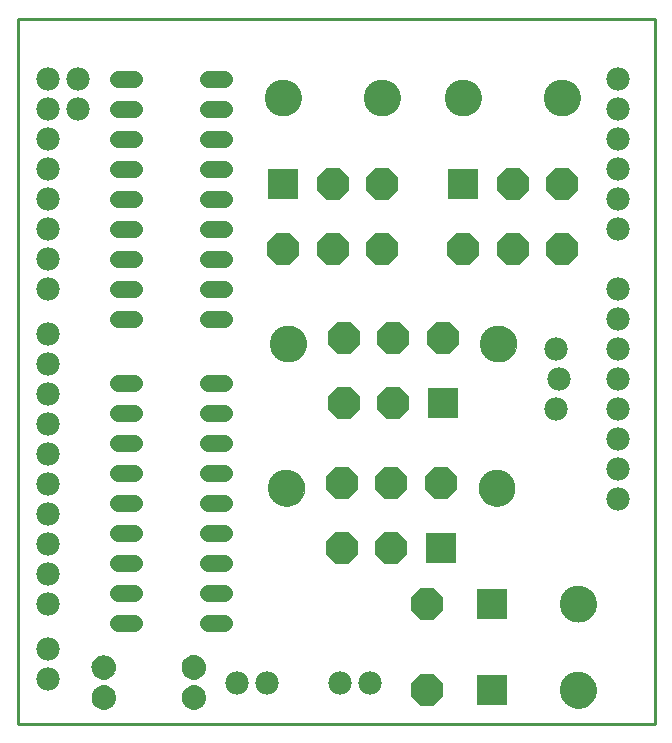
<source format=gbs>
G75*
%MOIN*%
%OFA0B0*%
%FSLAX25Y25*%
%IPPOS*%
%LPD*%
%AMOC8*
5,1,8,0,0,1.08239X$1,22.5*
%
%ADD10C,0.00000*%
%ADD11C,0.01000*%
%ADD12C,0.07800*%
%ADD13C,0.00500*%
%ADD14C,0.05600*%
%ADD15OC8,0.10400*%
%ADD16R,0.10400X0.10400*%
%ADD17C,0.12211*%
D10*
X0005000Y0005000D02*
X0208701Y0005000D01*
X0185959Y0016250D02*
X0185961Y0016403D01*
X0185967Y0016557D01*
X0185977Y0016710D01*
X0185991Y0016862D01*
X0186009Y0017015D01*
X0186031Y0017166D01*
X0186056Y0017317D01*
X0186086Y0017468D01*
X0186120Y0017618D01*
X0186157Y0017766D01*
X0186198Y0017914D01*
X0186243Y0018060D01*
X0186292Y0018206D01*
X0186345Y0018350D01*
X0186401Y0018492D01*
X0186461Y0018633D01*
X0186525Y0018773D01*
X0186592Y0018911D01*
X0186663Y0019047D01*
X0186738Y0019181D01*
X0186815Y0019313D01*
X0186897Y0019443D01*
X0186981Y0019571D01*
X0187069Y0019697D01*
X0187160Y0019820D01*
X0187254Y0019941D01*
X0187352Y0020059D01*
X0187452Y0020175D01*
X0187556Y0020288D01*
X0187662Y0020399D01*
X0187771Y0020507D01*
X0187883Y0020612D01*
X0187997Y0020713D01*
X0188115Y0020812D01*
X0188234Y0020908D01*
X0188356Y0021001D01*
X0188481Y0021090D01*
X0188608Y0021177D01*
X0188737Y0021259D01*
X0188868Y0021339D01*
X0189001Y0021415D01*
X0189136Y0021488D01*
X0189273Y0021557D01*
X0189412Y0021622D01*
X0189552Y0021684D01*
X0189694Y0021742D01*
X0189837Y0021797D01*
X0189982Y0021848D01*
X0190128Y0021895D01*
X0190275Y0021938D01*
X0190423Y0021977D01*
X0190572Y0022013D01*
X0190722Y0022044D01*
X0190873Y0022072D01*
X0191024Y0022096D01*
X0191177Y0022116D01*
X0191329Y0022132D01*
X0191482Y0022144D01*
X0191635Y0022152D01*
X0191788Y0022156D01*
X0191942Y0022156D01*
X0192095Y0022152D01*
X0192248Y0022144D01*
X0192401Y0022132D01*
X0192553Y0022116D01*
X0192706Y0022096D01*
X0192857Y0022072D01*
X0193008Y0022044D01*
X0193158Y0022013D01*
X0193307Y0021977D01*
X0193455Y0021938D01*
X0193602Y0021895D01*
X0193748Y0021848D01*
X0193893Y0021797D01*
X0194036Y0021742D01*
X0194178Y0021684D01*
X0194318Y0021622D01*
X0194457Y0021557D01*
X0194594Y0021488D01*
X0194729Y0021415D01*
X0194862Y0021339D01*
X0194993Y0021259D01*
X0195122Y0021177D01*
X0195249Y0021090D01*
X0195374Y0021001D01*
X0195496Y0020908D01*
X0195615Y0020812D01*
X0195733Y0020713D01*
X0195847Y0020612D01*
X0195959Y0020507D01*
X0196068Y0020399D01*
X0196174Y0020288D01*
X0196278Y0020175D01*
X0196378Y0020059D01*
X0196476Y0019941D01*
X0196570Y0019820D01*
X0196661Y0019697D01*
X0196749Y0019571D01*
X0196833Y0019443D01*
X0196915Y0019313D01*
X0196992Y0019181D01*
X0197067Y0019047D01*
X0197138Y0018911D01*
X0197205Y0018773D01*
X0197269Y0018633D01*
X0197329Y0018492D01*
X0197385Y0018350D01*
X0197438Y0018206D01*
X0197487Y0018060D01*
X0197532Y0017914D01*
X0197573Y0017766D01*
X0197610Y0017618D01*
X0197644Y0017468D01*
X0197674Y0017317D01*
X0197699Y0017166D01*
X0197721Y0017015D01*
X0197739Y0016862D01*
X0197753Y0016710D01*
X0197763Y0016557D01*
X0197769Y0016403D01*
X0197771Y0016250D01*
X0197769Y0016097D01*
X0197763Y0015943D01*
X0197753Y0015790D01*
X0197739Y0015638D01*
X0197721Y0015485D01*
X0197699Y0015334D01*
X0197674Y0015183D01*
X0197644Y0015032D01*
X0197610Y0014882D01*
X0197573Y0014734D01*
X0197532Y0014586D01*
X0197487Y0014440D01*
X0197438Y0014294D01*
X0197385Y0014150D01*
X0197329Y0014008D01*
X0197269Y0013867D01*
X0197205Y0013727D01*
X0197138Y0013589D01*
X0197067Y0013453D01*
X0196992Y0013319D01*
X0196915Y0013187D01*
X0196833Y0013057D01*
X0196749Y0012929D01*
X0196661Y0012803D01*
X0196570Y0012680D01*
X0196476Y0012559D01*
X0196378Y0012441D01*
X0196278Y0012325D01*
X0196174Y0012212D01*
X0196068Y0012101D01*
X0195959Y0011993D01*
X0195847Y0011888D01*
X0195733Y0011787D01*
X0195615Y0011688D01*
X0195496Y0011592D01*
X0195374Y0011499D01*
X0195249Y0011410D01*
X0195122Y0011323D01*
X0194993Y0011241D01*
X0194862Y0011161D01*
X0194729Y0011085D01*
X0194594Y0011012D01*
X0194457Y0010943D01*
X0194318Y0010878D01*
X0194178Y0010816D01*
X0194036Y0010758D01*
X0193893Y0010703D01*
X0193748Y0010652D01*
X0193602Y0010605D01*
X0193455Y0010562D01*
X0193307Y0010523D01*
X0193158Y0010487D01*
X0193008Y0010456D01*
X0192857Y0010428D01*
X0192706Y0010404D01*
X0192553Y0010384D01*
X0192401Y0010368D01*
X0192248Y0010356D01*
X0192095Y0010348D01*
X0191942Y0010344D01*
X0191788Y0010344D01*
X0191635Y0010348D01*
X0191482Y0010356D01*
X0191329Y0010368D01*
X0191177Y0010384D01*
X0191024Y0010404D01*
X0190873Y0010428D01*
X0190722Y0010456D01*
X0190572Y0010487D01*
X0190423Y0010523D01*
X0190275Y0010562D01*
X0190128Y0010605D01*
X0189982Y0010652D01*
X0189837Y0010703D01*
X0189694Y0010758D01*
X0189552Y0010816D01*
X0189412Y0010878D01*
X0189273Y0010943D01*
X0189136Y0011012D01*
X0189001Y0011085D01*
X0188868Y0011161D01*
X0188737Y0011241D01*
X0188608Y0011323D01*
X0188481Y0011410D01*
X0188356Y0011499D01*
X0188234Y0011592D01*
X0188115Y0011688D01*
X0187997Y0011787D01*
X0187883Y0011888D01*
X0187771Y0011993D01*
X0187662Y0012101D01*
X0187556Y0012212D01*
X0187452Y0012325D01*
X0187352Y0012441D01*
X0187254Y0012559D01*
X0187160Y0012680D01*
X0187069Y0012803D01*
X0186981Y0012929D01*
X0186897Y0013057D01*
X0186815Y0013187D01*
X0186738Y0013319D01*
X0186663Y0013453D01*
X0186592Y0013589D01*
X0186525Y0013727D01*
X0186461Y0013867D01*
X0186401Y0014008D01*
X0186345Y0014150D01*
X0186292Y0014294D01*
X0186243Y0014440D01*
X0186198Y0014586D01*
X0186157Y0014734D01*
X0186120Y0014882D01*
X0186086Y0015032D01*
X0186056Y0015183D01*
X0186031Y0015334D01*
X0186009Y0015485D01*
X0185991Y0015638D01*
X0185977Y0015790D01*
X0185967Y0015943D01*
X0185961Y0016097D01*
X0185959Y0016250D01*
X0185959Y0045000D02*
X0185961Y0045153D01*
X0185967Y0045307D01*
X0185977Y0045460D01*
X0185991Y0045612D01*
X0186009Y0045765D01*
X0186031Y0045916D01*
X0186056Y0046067D01*
X0186086Y0046218D01*
X0186120Y0046368D01*
X0186157Y0046516D01*
X0186198Y0046664D01*
X0186243Y0046810D01*
X0186292Y0046956D01*
X0186345Y0047100D01*
X0186401Y0047242D01*
X0186461Y0047383D01*
X0186525Y0047523D01*
X0186592Y0047661D01*
X0186663Y0047797D01*
X0186738Y0047931D01*
X0186815Y0048063D01*
X0186897Y0048193D01*
X0186981Y0048321D01*
X0187069Y0048447D01*
X0187160Y0048570D01*
X0187254Y0048691D01*
X0187352Y0048809D01*
X0187452Y0048925D01*
X0187556Y0049038D01*
X0187662Y0049149D01*
X0187771Y0049257D01*
X0187883Y0049362D01*
X0187997Y0049463D01*
X0188115Y0049562D01*
X0188234Y0049658D01*
X0188356Y0049751D01*
X0188481Y0049840D01*
X0188608Y0049927D01*
X0188737Y0050009D01*
X0188868Y0050089D01*
X0189001Y0050165D01*
X0189136Y0050238D01*
X0189273Y0050307D01*
X0189412Y0050372D01*
X0189552Y0050434D01*
X0189694Y0050492D01*
X0189837Y0050547D01*
X0189982Y0050598D01*
X0190128Y0050645D01*
X0190275Y0050688D01*
X0190423Y0050727D01*
X0190572Y0050763D01*
X0190722Y0050794D01*
X0190873Y0050822D01*
X0191024Y0050846D01*
X0191177Y0050866D01*
X0191329Y0050882D01*
X0191482Y0050894D01*
X0191635Y0050902D01*
X0191788Y0050906D01*
X0191942Y0050906D01*
X0192095Y0050902D01*
X0192248Y0050894D01*
X0192401Y0050882D01*
X0192553Y0050866D01*
X0192706Y0050846D01*
X0192857Y0050822D01*
X0193008Y0050794D01*
X0193158Y0050763D01*
X0193307Y0050727D01*
X0193455Y0050688D01*
X0193602Y0050645D01*
X0193748Y0050598D01*
X0193893Y0050547D01*
X0194036Y0050492D01*
X0194178Y0050434D01*
X0194318Y0050372D01*
X0194457Y0050307D01*
X0194594Y0050238D01*
X0194729Y0050165D01*
X0194862Y0050089D01*
X0194993Y0050009D01*
X0195122Y0049927D01*
X0195249Y0049840D01*
X0195374Y0049751D01*
X0195496Y0049658D01*
X0195615Y0049562D01*
X0195733Y0049463D01*
X0195847Y0049362D01*
X0195959Y0049257D01*
X0196068Y0049149D01*
X0196174Y0049038D01*
X0196278Y0048925D01*
X0196378Y0048809D01*
X0196476Y0048691D01*
X0196570Y0048570D01*
X0196661Y0048447D01*
X0196749Y0048321D01*
X0196833Y0048193D01*
X0196915Y0048063D01*
X0196992Y0047931D01*
X0197067Y0047797D01*
X0197138Y0047661D01*
X0197205Y0047523D01*
X0197269Y0047383D01*
X0197329Y0047242D01*
X0197385Y0047100D01*
X0197438Y0046956D01*
X0197487Y0046810D01*
X0197532Y0046664D01*
X0197573Y0046516D01*
X0197610Y0046368D01*
X0197644Y0046218D01*
X0197674Y0046067D01*
X0197699Y0045916D01*
X0197721Y0045765D01*
X0197739Y0045612D01*
X0197753Y0045460D01*
X0197763Y0045307D01*
X0197769Y0045153D01*
X0197771Y0045000D01*
X0197769Y0044847D01*
X0197763Y0044693D01*
X0197753Y0044540D01*
X0197739Y0044388D01*
X0197721Y0044235D01*
X0197699Y0044084D01*
X0197674Y0043933D01*
X0197644Y0043782D01*
X0197610Y0043632D01*
X0197573Y0043484D01*
X0197532Y0043336D01*
X0197487Y0043190D01*
X0197438Y0043044D01*
X0197385Y0042900D01*
X0197329Y0042758D01*
X0197269Y0042617D01*
X0197205Y0042477D01*
X0197138Y0042339D01*
X0197067Y0042203D01*
X0196992Y0042069D01*
X0196915Y0041937D01*
X0196833Y0041807D01*
X0196749Y0041679D01*
X0196661Y0041553D01*
X0196570Y0041430D01*
X0196476Y0041309D01*
X0196378Y0041191D01*
X0196278Y0041075D01*
X0196174Y0040962D01*
X0196068Y0040851D01*
X0195959Y0040743D01*
X0195847Y0040638D01*
X0195733Y0040537D01*
X0195615Y0040438D01*
X0195496Y0040342D01*
X0195374Y0040249D01*
X0195249Y0040160D01*
X0195122Y0040073D01*
X0194993Y0039991D01*
X0194862Y0039911D01*
X0194729Y0039835D01*
X0194594Y0039762D01*
X0194457Y0039693D01*
X0194318Y0039628D01*
X0194178Y0039566D01*
X0194036Y0039508D01*
X0193893Y0039453D01*
X0193748Y0039402D01*
X0193602Y0039355D01*
X0193455Y0039312D01*
X0193307Y0039273D01*
X0193158Y0039237D01*
X0193008Y0039206D01*
X0192857Y0039178D01*
X0192706Y0039154D01*
X0192553Y0039134D01*
X0192401Y0039118D01*
X0192248Y0039106D01*
X0192095Y0039098D01*
X0191942Y0039094D01*
X0191788Y0039094D01*
X0191635Y0039098D01*
X0191482Y0039106D01*
X0191329Y0039118D01*
X0191177Y0039134D01*
X0191024Y0039154D01*
X0190873Y0039178D01*
X0190722Y0039206D01*
X0190572Y0039237D01*
X0190423Y0039273D01*
X0190275Y0039312D01*
X0190128Y0039355D01*
X0189982Y0039402D01*
X0189837Y0039453D01*
X0189694Y0039508D01*
X0189552Y0039566D01*
X0189412Y0039628D01*
X0189273Y0039693D01*
X0189136Y0039762D01*
X0189001Y0039835D01*
X0188868Y0039911D01*
X0188737Y0039991D01*
X0188608Y0040073D01*
X0188481Y0040160D01*
X0188356Y0040249D01*
X0188234Y0040342D01*
X0188115Y0040438D01*
X0187997Y0040537D01*
X0187883Y0040638D01*
X0187771Y0040743D01*
X0187662Y0040851D01*
X0187556Y0040962D01*
X0187452Y0041075D01*
X0187352Y0041191D01*
X0187254Y0041309D01*
X0187160Y0041430D01*
X0187069Y0041553D01*
X0186981Y0041679D01*
X0186897Y0041807D01*
X0186815Y0041937D01*
X0186738Y0042069D01*
X0186663Y0042203D01*
X0186592Y0042339D01*
X0186525Y0042477D01*
X0186461Y0042617D01*
X0186401Y0042758D01*
X0186345Y0042900D01*
X0186292Y0043044D01*
X0186243Y0043190D01*
X0186198Y0043336D01*
X0186157Y0043484D01*
X0186120Y0043632D01*
X0186086Y0043782D01*
X0186056Y0043933D01*
X0186031Y0044084D01*
X0186009Y0044235D01*
X0185991Y0044388D01*
X0185977Y0044540D01*
X0185967Y0044693D01*
X0185961Y0044847D01*
X0185959Y0045000D01*
X0158794Y0083593D02*
X0158796Y0083746D01*
X0158802Y0083900D01*
X0158812Y0084053D01*
X0158826Y0084205D01*
X0158844Y0084358D01*
X0158866Y0084509D01*
X0158891Y0084660D01*
X0158921Y0084811D01*
X0158955Y0084961D01*
X0158992Y0085109D01*
X0159033Y0085257D01*
X0159078Y0085403D01*
X0159127Y0085549D01*
X0159180Y0085693D01*
X0159236Y0085835D01*
X0159296Y0085976D01*
X0159360Y0086116D01*
X0159427Y0086254D01*
X0159498Y0086390D01*
X0159573Y0086524D01*
X0159650Y0086656D01*
X0159732Y0086786D01*
X0159816Y0086914D01*
X0159904Y0087040D01*
X0159995Y0087163D01*
X0160089Y0087284D01*
X0160187Y0087402D01*
X0160287Y0087518D01*
X0160391Y0087631D01*
X0160497Y0087742D01*
X0160606Y0087850D01*
X0160718Y0087955D01*
X0160832Y0088056D01*
X0160950Y0088155D01*
X0161069Y0088251D01*
X0161191Y0088344D01*
X0161316Y0088433D01*
X0161443Y0088520D01*
X0161572Y0088602D01*
X0161703Y0088682D01*
X0161836Y0088758D01*
X0161971Y0088831D01*
X0162108Y0088900D01*
X0162247Y0088965D01*
X0162387Y0089027D01*
X0162529Y0089085D01*
X0162672Y0089140D01*
X0162817Y0089191D01*
X0162963Y0089238D01*
X0163110Y0089281D01*
X0163258Y0089320D01*
X0163407Y0089356D01*
X0163557Y0089387D01*
X0163708Y0089415D01*
X0163859Y0089439D01*
X0164012Y0089459D01*
X0164164Y0089475D01*
X0164317Y0089487D01*
X0164470Y0089495D01*
X0164623Y0089499D01*
X0164777Y0089499D01*
X0164930Y0089495D01*
X0165083Y0089487D01*
X0165236Y0089475D01*
X0165388Y0089459D01*
X0165541Y0089439D01*
X0165692Y0089415D01*
X0165843Y0089387D01*
X0165993Y0089356D01*
X0166142Y0089320D01*
X0166290Y0089281D01*
X0166437Y0089238D01*
X0166583Y0089191D01*
X0166728Y0089140D01*
X0166871Y0089085D01*
X0167013Y0089027D01*
X0167153Y0088965D01*
X0167292Y0088900D01*
X0167429Y0088831D01*
X0167564Y0088758D01*
X0167697Y0088682D01*
X0167828Y0088602D01*
X0167957Y0088520D01*
X0168084Y0088433D01*
X0168209Y0088344D01*
X0168331Y0088251D01*
X0168450Y0088155D01*
X0168568Y0088056D01*
X0168682Y0087955D01*
X0168794Y0087850D01*
X0168903Y0087742D01*
X0169009Y0087631D01*
X0169113Y0087518D01*
X0169213Y0087402D01*
X0169311Y0087284D01*
X0169405Y0087163D01*
X0169496Y0087040D01*
X0169584Y0086914D01*
X0169668Y0086786D01*
X0169750Y0086656D01*
X0169827Y0086524D01*
X0169902Y0086390D01*
X0169973Y0086254D01*
X0170040Y0086116D01*
X0170104Y0085976D01*
X0170164Y0085835D01*
X0170220Y0085693D01*
X0170273Y0085549D01*
X0170322Y0085403D01*
X0170367Y0085257D01*
X0170408Y0085109D01*
X0170445Y0084961D01*
X0170479Y0084811D01*
X0170509Y0084660D01*
X0170534Y0084509D01*
X0170556Y0084358D01*
X0170574Y0084205D01*
X0170588Y0084053D01*
X0170598Y0083900D01*
X0170604Y0083746D01*
X0170606Y0083593D01*
X0170604Y0083440D01*
X0170598Y0083286D01*
X0170588Y0083133D01*
X0170574Y0082981D01*
X0170556Y0082828D01*
X0170534Y0082677D01*
X0170509Y0082526D01*
X0170479Y0082375D01*
X0170445Y0082225D01*
X0170408Y0082077D01*
X0170367Y0081929D01*
X0170322Y0081783D01*
X0170273Y0081637D01*
X0170220Y0081493D01*
X0170164Y0081351D01*
X0170104Y0081210D01*
X0170040Y0081070D01*
X0169973Y0080932D01*
X0169902Y0080796D01*
X0169827Y0080662D01*
X0169750Y0080530D01*
X0169668Y0080400D01*
X0169584Y0080272D01*
X0169496Y0080146D01*
X0169405Y0080023D01*
X0169311Y0079902D01*
X0169213Y0079784D01*
X0169113Y0079668D01*
X0169009Y0079555D01*
X0168903Y0079444D01*
X0168794Y0079336D01*
X0168682Y0079231D01*
X0168568Y0079130D01*
X0168450Y0079031D01*
X0168331Y0078935D01*
X0168209Y0078842D01*
X0168084Y0078753D01*
X0167957Y0078666D01*
X0167828Y0078584D01*
X0167697Y0078504D01*
X0167564Y0078428D01*
X0167429Y0078355D01*
X0167292Y0078286D01*
X0167153Y0078221D01*
X0167013Y0078159D01*
X0166871Y0078101D01*
X0166728Y0078046D01*
X0166583Y0077995D01*
X0166437Y0077948D01*
X0166290Y0077905D01*
X0166142Y0077866D01*
X0165993Y0077830D01*
X0165843Y0077799D01*
X0165692Y0077771D01*
X0165541Y0077747D01*
X0165388Y0077727D01*
X0165236Y0077711D01*
X0165083Y0077699D01*
X0164930Y0077691D01*
X0164777Y0077687D01*
X0164623Y0077687D01*
X0164470Y0077691D01*
X0164317Y0077699D01*
X0164164Y0077711D01*
X0164012Y0077727D01*
X0163859Y0077747D01*
X0163708Y0077771D01*
X0163557Y0077799D01*
X0163407Y0077830D01*
X0163258Y0077866D01*
X0163110Y0077905D01*
X0162963Y0077948D01*
X0162817Y0077995D01*
X0162672Y0078046D01*
X0162529Y0078101D01*
X0162387Y0078159D01*
X0162247Y0078221D01*
X0162108Y0078286D01*
X0161971Y0078355D01*
X0161836Y0078428D01*
X0161703Y0078504D01*
X0161572Y0078584D01*
X0161443Y0078666D01*
X0161316Y0078753D01*
X0161191Y0078842D01*
X0161069Y0078935D01*
X0160950Y0079031D01*
X0160832Y0079130D01*
X0160718Y0079231D01*
X0160606Y0079336D01*
X0160497Y0079444D01*
X0160391Y0079555D01*
X0160287Y0079668D01*
X0160187Y0079784D01*
X0160089Y0079902D01*
X0159995Y0080023D01*
X0159904Y0080146D01*
X0159816Y0080272D01*
X0159732Y0080400D01*
X0159650Y0080530D01*
X0159573Y0080662D01*
X0159498Y0080796D01*
X0159427Y0080932D01*
X0159360Y0081070D01*
X0159296Y0081210D01*
X0159236Y0081351D01*
X0159180Y0081493D01*
X0159127Y0081637D01*
X0159078Y0081783D01*
X0159033Y0081929D01*
X0158992Y0082077D01*
X0158955Y0082225D01*
X0158921Y0082375D01*
X0158891Y0082526D01*
X0158866Y0082677D01*
X0158844Y0082828D01*
X0158826Y0082981D01*
X0158812Y0083133D01*
X0158802Y0083286D01*
X0158796Y0083440D01*
X0158794Y0083593D01*
X0159419Y0131718D02*
X0159421Y0131871D01*
X0159427Y0132025D01*
X0159437Y0132178D01*
X0159451Y0132330D01*
X0159469Y0132483D01*
X0159491Y0132634D01*
X0159516Y0132785D01*
X0159546Y0132936D01*
X0159580Y0133086D01*
X0159617Y0133234D01*
X0159658Y0133382D01*
X0159703Y0133528D01*
X0159752Y0133674D01*
X0159805Y0133818D01*
X0159861Y0133960D01*
X0159921Y0134101D01*
X0159985Y0134241D01*
X0160052Y0134379D01*
X0160123Y0134515D01*
X0160198Y0134649D01*
X0160275Y0134781D01*
X0160357Y0134911D01*
X0160441Y0135039D01*
X0160529Y0135165D01*
X0160620Y0135288D01*
X0160714Y0135409D01*
X0160812Y0135527D01*
X0160912Y0135643D01*
X0161016Y0135756D01*
X0161122Y0135867D01*
X0161231Y0135975D01*
X0161343Y0136080D01*
X0161457Y0136181D01*
X0161575Y0136280D01*
X0161694Y0136376D01*
X0161816Y0136469D01*
X0161941Y0136558D01*
X0162068Y0136645D01*
X0162197Y0136727D01*
X0162328Y0136807D01*
X0162461Y0136883D01*
X0162596Y0136956D01*
X0162733Y0137025D01*
X0162872Y0137090D01*
X0163012Y0137152D01*
X0163154Y0137210D01*
X0163297Y0137265D01*
X0163442Y0137316D01*
X0163588Y0137363D01*
X0163735Y0137406D01*
X0163883Y0137445D01*
X0164032Y0137481D01*
X0164182Y0137512D01*
X0164333Y0137540D01*
X0164484Y0137564D01*
X0164637Y0137584D01*
X0164789Y0137600D01*
X0164942Y0137612D01*
X0165095Y0137620D01*
X0165248Y0137624D01*
X0165402Y0137624D01*
X0165555Y0137620D01*
X0165708Y0137612D01*
X0165861Y0137600D01*
X0166013Y0137584D01*
X0166166Y0137564D01*
X0166317Y0137540D01*
X0166468Y0137512D01*
X0166618Y0137481D01*
X0166767Y0137445D01*
X0166915Y0137406D01*
X0167062Y0137363D01*
X0167208Y0137316D01*
X0167353Y0137265D01*
X0167496Y0137210D01*
X0167638Y0137152D01*
X0167778Y0137090D01*
X0167917Y0137025D01*
X0168054Y0136956D01*
X0168189Y0136883D01*
X0168322Y0136807D01*
X0168453Y0136727D01*
X0168582Y0136645D01*
X0168709Y0136558D01*
X0168834Y0136469D01*
X0168956Y0136376D01*
X0169075Y0136280D01*
X0169193Y0136181D01*
X0169307Y0136080D01*
X0169419Y0135975D01*
X0169528Y0135867D01*
X0169634Y0135756D01*
X0169738Y0135643D01*
X0169838Y0135527D01*
X0169936Y0135409D01*
X0170030Y0135288D01*
X0170121Y0135165D01*
X0170209Y0135039D01*
X0170293Y0134911D01*
X0170375Y0134781D01*
X0170452Y0134649D01*
X0170527Y0134515D01*
X0170598Y0134379D01*
X0170665Y0134241D01*
X0170729Y0134101D01*
X0170789Y0133960D01*
X0170845Y0133818D01*
X0170898Y0133674D01*
X0170947Y0133528D01*
X0170992Y0133382D01*
X0171033Y0133234D01*
X0171070Y0133086D01*
X0171104Y0132936D01*
X0171134Y0132785D01*
X0171159Y0132634D01*
X0171181Y0132483D01*
X0171199Y0132330D01*
X0171213Y0132178D01*
X0171223Y0132025D01*
X0171229Y0131871D01*
X0171231Y0131718D01*
X0171229Y0131565D01*
X0171223Y0131411D01*
X0171213Y0131258D01*
X0171199Y0131106D01*
X0171181Y0130953D01*
X0171159Y0130802D01*
X0171134Y0130651D01*
X0171104Y0130500D01*
X0171070Y0130350D01*
X0171033Y0130202D01*
X0170992Y0130054D01*
X0170947Y0129908D01*
X0170898Y0129762D01*
X0170845Y0129618D01*
X0170789Y0129476D01*
X0170729Y0129335D01*
X0170665Y0129195D01*
X0170598Y0129057D01*
X0170527Y0128921D01*
X0170452Y0128787D01*
X0170375Y0128655D01*
X0170293Y0128525D01*
X0170209Y0128397D01*
X0170121Y0128271D01*
X0170030Y0128148D01*
X0169936Y0128027D01*
X0169838Y0127909D01*
X0169738Y0127793D01*
X0169634Y0127680D01*
X0169528Y0127569D01*
X0169419Y0127461D01*
X0169307Y0127356D01*
X0169193Y0127255D01*
X0169075Y0127156D01*
X0168956Y0127060D01*
X0168834Y0126967D01*
X0168709Y0126878D01*
X0168582Y0126791D01*
X0168453Y0126709D01*
X0168322Y0126629D01*
X0168189Y0126553D01*
X0168054Y0126480D01*
X0167917Y0126411D01*
X0167778Y0126346D01*
X0167638Y0126284D01*
X0167496Y0126226D01*
X0167353Y0126171D01*
X0167208Y0126120D01*
X0167062Y0126073D01*
X0166915Y0126030D01*
X0166767Y0125991D01*
X0166618Y0125955D01*
X0166468Y0125924D01*
X0166317Y0125896D01*
X0166166Y0125872D01*
X0166013Y0125852D01*
X0165861Y0125836D01*
X0165708Y0125824D01*
X0165555Y0125816D01*
X0165402Y0125812D01*
X0165248Y0125812D01*
X0165095Y0125816D01*
X0164942Y0125824D01*
X0164789Y0125836D01*
X0164637Y0125852D01*
X0164484Y0125872D01*
X0164333Y0125896D01*
X0164182Y0125924D01*
X0164032Y0125955D01*
X0163883Y0125991D01*
X0163735Y0126030D01*
X0163588Y0126073D01*
X0163442Y0126120D01*
X0163297Y0126171D01*
X0163154Y0126226D01*
X0163012Y0126284D01*
X0162872Y0126346D01*
X0162733Y0126411D01*
X0162596Y0126480D01*
X0162461Y0126553D01*
X0162328Y0126629D01*
X0162197Y0126709D01*
X0162068Y0126791D01*
X0161941Y0126878D01*
X0161816Y0126967D01*
X0161694Y0127060D01*
X0161575Y0127156D01*
X0161457Y0127255D01*
X0161343Y0127356D01*
X0161231Y0127461D01*
X0161122Y0127569D01*
X0161016Y0127680D01*
X0160912Y0127793D01*
X0160812Y0127909D01*
X0160714Y0128027D01*
X0160620Y0128148D01*
X0160529Y0128271D01*
X0160441Y0128397D01*
X0160357Y0128525D01*
X0160275Y0128655D01*
X0160198Y0128787D01*
X0160123Y0128921D01*
X0160052Y0129057D01*
X0159985Y0129195D01*
X0159921Y0129335D01*
X0159861Y0129476D01*
X0159805Y0129618D01*
X0159752Y0129762D01*
X0159703Y0129908D01*
X0159658Y0130054D01*
X0159617Y0130202D01*
X0159580Y0130350D01*
X0159546Y0130500D01*
X0159516Y0130651D01*
X0159491Y0130802D01*
X0159469Y0130953D01*
X0159451Y0131106D01*
X0159437Y0131258D01*
X0159427Y0131411D01*
X0159421Y0131565D01*
X0159419Y0131718D01*
X0089340Y0131718D02*
X0089342Y0131871D01*
X0089348Y0132025D01*
X0089358Y0132178D01*
X0089372Y0132330D01*
X0089390Y0132483D01*
X0089412Y0132634D01*
X0089437Y0132785D01*
X0089467Y0132936D01*
X0089501Y0133086D01*
X0089538Y0133234D01*
X0089579Y0133382D01*
X0089624Y0133528D01*
X0089673Y0133674D01*
X0089726Y0133818D01*
X0089782Y0133960D01*
X0089842Y0134101D01*
X0089906Y0134241D01*
X0089973Y0134379D01*
X0090044Y0134515D01*
X0090119Y0134649D01*
X0090196Y0134781D01*
X0090278Y0134911D01*
X0090362Y0135039D01*
X0090450Y0135165D01*
X0090541Y0135288D01*
X0090635Y0135409D01*
X0090733Y0135527D01*
X0090833Y0135643D01*
X0090937Y0135756D01*
X0091043Y0135867D01*
X0091152Y0135975D01*
X0091264Y0136080D01*
X0091378Y0136181D01*
X0091496Y0136280D01*
X0091615Y0136376D01*
X0091737Y0136469D01*
X0091862Y0136558D01*
X0091989Y0136645D01*
X0092118Y0136727D01*
X0092249Y0136807D01*
X0092382Y0136883D01*
X0092517Y0136956D01*
X0092654Y0137025D01*
X0092793Y0137090D01*
X0092933Y0137152D01*
X0093075Y0137210D01*
X0093218Y0137265D01*
X0093363Y0137316D01*
X0093509Y0137363D01*
X0093656Y0137406D01*
X0093804Y0137445D01*
X0093953Y0137481D01*
X0094103Y0137512D01*
X0094254Y0137540D01*
X0094405Y0137564D01*
X0094558Y0137584D01*
X0094710Y0137600D01*
X0094863Y0137612D01*
X0095016Y0137620D01*
X0095169Y0137624D01*
X0095323Y0137624D01*
X0095476Y0137620D01*
X0095629Y0137612D01*
X0095782Y0137600D01*
X0095934Y0137584D01*
X0096087Y0137564D01*
X0096238Y0137540D01*
X0096389Y0137512D01*
X0096539Y0137481D01*
X0096688Y0137445D01*
X0096836Y0137406D01*
X0096983Y0137363D01*
X0097129Y0137316D01*
X0097274Y0137265D01*
X0097417Y0137210D01*
X0097559Y0137152D01*
X0097699Y0137090D01*
X0097838Y0137025D01*
X0097975Y0136956D01*
X0098110Y0136883D01*
X0098243Y0136807D01*
X0098374Y0136727D01*
X0098503Y0136645D01*
X0098630Y0136558D01*
X0098755Y0136469D01*
X0098877Y0136376D01*
X0098996Y0136280D01*
X0099114Y0136181D01*
X0099228Y0136080D01*
X0099340Y0135975D01*
X0099449Y0135867D01*
X0099555Y0135756D01*
X0099659Y0135643D01*
X0099759Y0135527D01*
X0099857Y0135409D01*
X0099951Y0135288D01*
X0100042Y0135165D01*
X0100130Y0135039D01*
X0100214Y0134911D01*
X0100296Y0134781D01*
X0100373Y0134649D01*
X0100448Y0134515D01*
X0100519Y0134379D01*
X0100586Y0134241D01*
X0100650Y0134101D01*
X0100710Y0133960D01*
X0100766Y0133818D01*
X0100819Y0133674D01*
X0100868Y0133528D01*
X0100913Y0133382D01*
X0100954Y0133234D01*
X0100991Y0133086D01*
X0101025Y0132936D01*
X0101055Y0132785D01*
X0101080Y0132634D01*
X0101102Y0132483D01*
X0101120Y0132330D01*
X0101134Y0132178D01*
X0101144Y0132025D01*
X0101150Y0131871D01*
X0101152Y0131718D01*
X0101150Y0131565D01*
X0101144Y0131411D01*
X0101134Y0131258D01*
X0101120Y0131106D01*
X0101102Y0130953D01*
X0101080Y0130802D01*
X0101055Y0130651D01*
X0101025Y0130500D01*
X0100991Y0130350D01*
X0100954Y0130202D01*
X0100913Y0130054D01*
X0100868Y0129908D01*
X0100819Y0129762D01*
X0100766Y0129618D01*
X0100710Y0129476D01*
X0100650Y0129335D01*
X0100586Y0129195D01*
X0100519Y0129057D01*
X0100448Y0128921D01*
X0100373Y0128787D01*
X0100296Y0128655D01*
X0100214Y0128525D01*
X0100130Y0128397D01*
X0100042Y0128271D01*
X0099951Y0128148D01*
X0099857Y0128027D01*
X0099759Y0127909D01*
X0099659Y0127793D01*
X0099555Y0127680D01*
X0099449Y0127569D01*
X0099340Y0127461D01*
X0099228Y0127356D01*
X0099114Y0127255D01*
X0098996Y0127156D01*
X0098877Y0127060D01*
X0098755Y0126967D01*
X0098630Y0126878D01*
X0098503Y0126791D01*
X0098374Y0126709D01*
X0098243Y0126629D01*
X0098110Y0126553D01*
X0097975Y0126480D01*
X0097838Y0126411D01*
X0097699Y0126346D01*
X0097559Y0126284D01*
X0097417Y0126226D01*
X0097274Y0126171D01*
X0097129Y0126120D01*
X0096983Y0126073D01*
X0096836Y0126030D01*
X0096688Y0125991D01*
X0096539Y0125955D01*
X0096389Y0125924D01*
X0096238Y0125896D01*
X0096087Y0125872D01*
X0095934Y0125852D01*
X0095782Y0125836D01*
X0095629Y0125824D01*
X0095476Y0125816D01*
X0095323Y0125812D01*
X0095169Y0125812D01*
X0095016Y0125816D01*
X0094863Y0125824D01*
X0094710Y0125836D01*
X0094558Y0125852D01*
X0094405Y0125872D01*
X0094254Y0125896D01*
X0094103Y0125924D01*
X0093953Y0125955D01*
X0093804Y0125991D01*
X0093656Y0126030D01*
X0093509Y0126073D01*
X0093363Y0126120D01*
X0093218Y0126171D01*
X0093075Y0126226D01*
X0092933Y0126284D01*
X0092793Y0126346D01*
X0092654Y0126411D01*
X0092517Y0126480D01*
X0092382Y0126553D01*
X0092249Y0126629D01*
X0092118Y0126709D01*
X0091989Y0126791D01*
X0091862Y0126878D01*
X0091737Y0126967D01*
X0091615Y0127060D01*
X0091496Y0127156D01*
X0091378Y0127255D01*
X0091264Y0127356D01*
X0091152Y0127461D01*
X0091043Y0127569D01*
X0090937Y0127680D01*
X0090833Y0127793D01*
X0090733Y0127909D01*
X0090635Y0128027D01*
X0090541Y0128148D01*
X0090450Y0128271D01*
X0090362Y0128397D01*
X0090278Y0128525D01*
X0090196Y0128655D01*
X0090119Y0128787D01*
X0090044Y0128921D01*
X0089973Y0129057D01*
X0089906Y0129195D01*
X0089842Y0129335D01*
X0089782Y0129476D01*
X0089726Y0129618D01*
X0089673Y0129762D01*
X0089624Y0129908D01*
X0089579Y0130054D01*
X0089538Y0130202D01*
X0089501Y0130350D01*
X0089467Y0130500D01*
X0089437Y0130651D01*
X0089412Y0130802D01*
X0089390Y0130953D01*
X0089372Y0131106D01*
X0089358Y0131258D01*
X0089348Y0131411D01*
X0089342Y0131565D01*
X0089340Y0131718D01*
X0088715Y0083593D02*
X0088717Y0083746D01*
X0088723Y0083900D01*
X0088733Y0084053D01*
X0088747Y0084205D01*
X0088765Y0084358D01*
X0088787Y0084509D01*
X0088812Y0084660D01*
X0088842Y0084811D01*
X0088876Y0084961D01*
X0088913Y0085109D01*
X0088954Y0085257D01*
X0088999Y0085403D01*
X0089048Y0085549D01*
X0089101Y0085693D01*
X0089157Y0085835D01*
X0089217Y0085976D01*
X0089281Y0086116D01*
X0089348Y0086254D01*
X0089419Y0086390D01*
X0089494Y0086524D01*
X0089571Y0086656D01*
X0089653Y0086786D01*
X0089737Y0086914D01*
X0089825Y0087040D01*
X0089916Y0087163D01*
X0090010Y0087284D01*
X0090108Y0087402D01*
X0090208Y0087518D01*
X0090312Y0087631D01*
X0090418Y0087742D01*
X0090527Y0087850D01*
X0090639Y0087955D01*
X0090753Y0088056D01*
X0090871Y0088155D01*
X0090990Y0088251D01*
X0091112Y0088344D01*
X0091237Y0088433D01*
X0091364Y0088520D01*
X0091493Y0088602D01*
X0091624Y0088682D01*
X0091757Y0088758D01*
X0091892Y0088831D01*
X0092029Y0088900D01*
X0092168Y0088965D01*
X0092308Y0089027D01*
X0092450Y0089085D01*
X0092593Y0089140D01*
X0092738Y0089191D01*
X0092884Y0089238D01*
X0093031Y0089281D01*
X0093179Y0089320D01*
X0093328Y0089356D01*
X0093478Y0089387D01*
X0093629Y0089415D01*
X0093780Y0089439D01*
X0093933Y0089459D01*
X0094085Y0089475D01*
X0094238Y0089487D01*
X0094391Y0089495D01*
X0094544Y0089499D01*
X0094698Y0089499D01*
X0094851Y0089495D01*
X0095004Y0089487D01*
X0095157Y0089475D01*
X0095309Y0089459D01*
X0095462Y0089439D01*
X0095613Y0089415D01*
X0095764Y0089387D01*
X0095914Y0089356D01*
X0096063Y0089320D01*
X0096211Y0089281D01*
X0096358Y0089238D01*
X0096504Y0089191D01*
X0096649Y0089140D01*
X0096792Y0089085D01*
X0096934Y0089027D01*
X0097074Y0088965D01*
X0097213Y0088900D01*
X0097350Y0088831D01*
X0097485Y0088758D01*
X0097618Y0088682D01*
X0097749Y0088602D01*
X0097878Y0088520D01*
X0098005Y0088433D01*
X0098130Y0088344D01*
X0098252Y0088251D01*
X0098371Y0088155D01*
X0098489Y0088056D01*
X0098603Y0087955D01*
X0098715Y0087850D01*
X0098824Y0087742D01*
X0098930Y0087631D01*
X0099034Y0087518D01*
X0099134Y0087402D01*
X0099232Y0087284D01*
X0099326Y0087163D01*
X0099417Y0087040D01*
X0099505Y0086914D01*
X0099589Y0086786D01*
X0099671Y0086656D01*
X0099748Y0086524D01*
X0099823Y0086390D01*
X0099894Y0086254D01*
X0099961Y0086116D01*
X0100025Y0085976D01*
X0100085Y0085835D01*
X0100141Y0085693D01*
X0100194Y0085549D01*
X0100243Y0085403D01*
X0100288Y0085257D01*
X0100329Y0085109D01*
X0100366Y0084961D01*
X0100400Y0084811D01*
X0100430Y0084660D01*
X0100455Y0084509D01*
X0100477Y0084358D01*
X0100495Y0084205D01*
X0100509Y0084053D01*
X0100519Y0083900D01*
X0100525Y0083746D01*
X0100527Y0083593D01*
X0100525Y0083440D01*
X0100519Y0083286D01*
X0100509Y0083133D01*
X0100495Y0082981D01*
X0100477Y0082828D01*
X0100455Y0082677D01*
X0100430Y0082526D01*
X0100400Y0082375D01*
X0100366Y0082225D01*
X0100329Y0082077D01*
X0100288Y0081929D01*
X0100243Y0081783D01*
X0100194Y0081637D01*
X0100141Y0081493D01*
X0100085Y0081351D01*
X0100025Y0081210D01*
X0099961Y0081070D01*
X0099894Y0080932D01*
X0099823Y0080796D01*
X0099748Y0080662D01*
X0099671Y0080530D01*
X0099589Y0080400D01*
X0099505Y0080272D01*
X0099417Y0080146D01*
X0099326Y0080023D01*
X0099232Y0079902D01*
X0099134Y0079784D01*
X0099034Y0079668D01*
X0098930Y0079555D01*
X0098824Y0079444D01*
X0098715Y0079336D01*
X0098603Y0079231D01*
X0098489Y0079130D01*
X0098371Y0079031D01*
X0098252Y0078935D01*
X0098130Y0078842D01*
X0098005Y0078753D01*
X0097878Y0078666D01*
X0097749Y0078584D01*
X0097618Y0078504D01*
X0097485Y0078428D01*
X0097350Y0078355D01*
X0097213Y0078286D01*
X0097074Y0078221D01*
X0096934Y0078159D01*
X0096792Y0078101D01*
X0096649Y0078046D01*
X0096504Y0077995D01*
X0096358Y0077948D01*
X0096211Y0077905D01*
X0096063Y0077866D01*
X0095914Y0077830D01*
X0095764Y0077799D01*
X0095613Y0077771D01*
X0095462Y0077747D01*
X0095309Y0077727D01*
X0095157Y0077711D01*
X0095004Y0077699D01*
X0094851Y0077691D01*
X0094698Y0077687D01*
X0094544Y0077687D01*
X0094391Y0077691D01*
X0094238Y0077699D01*
X0094085Y0077711D01*
X0093933Y0077727D01*
X0093780Y0077747D01*
X0093629Y0077771D01*
X0093478Y0077799D01*
X0093328Y0077830D01*
X0093179Y0077866D01*
X0093031Y0077905D01*
X0092884Y0077948D01*
X0092738Y0077995D01*
X0092593Y0078046D01*
X0092450Y0078101D01*
X0092308Y0078159D01*
X0092168Y0078221D01*
X0092029Y0078286D01*
X0091892Y0078355D01*
X0091757Y0078428D01*
X0091624Y0078504D01*
X0091493Y0078584D01*
X0091364Y0078666D01*
X0091237Y0078753D01*
X0091112Y0078842D01*
X0090990Y0078935D01*
X0090871Y0079031D01*
X0090753Y0079130D01*
X0090639Y0079231D01*
X0090527Y0079336D01*
X0090418Y0079444D01*
X0090312Y0079555D01*
X0090208Y0079668D01*
X0090108Y0079784D01*
X0090010Y0079902D01*
X0089916Y0080023D01*
X0089825Y0080146D01*
X0089737Y0080272D01*
X0089653Y0080400D01*
X0089571Y0080530D01*
X0089494Y0080662D01*
X0089419Y0080796D01*
X0089348Y0080932D01*
X0089281Y0081070D01*
X0089217Y0081210D01*
X0089157Y0081351D01*
X0089101Y0081493D01*
X0089048Y0081637D01*
X0088999Y0081783D01*
X0088954Y0081929D01*
X0088913Y0082077D01*
X0088876Y0082225D01*
X0088842Y0082375D01*
X0088812Y0082526D01*
X0088787Y0082677D01*
X0088765Y0082828D01*
X0088747Y0082981D01*
X0088733Y0083133D01*
X0088723Y0083286D01*
X0088717Y0083440D01*
X0088715Y0083593D01*
X0087594Y0213740D02*
X0087596Y0213893D01*
X0087602Y0214047D01*
X0087612Y0214200D01*
X0087626Y0214352D01*
X0087644Y0214505D01*
X0087666Y0214656D01*
X0087691Y0214807D01*
X0087721Y0214958D01*
X0087755Y0215108D01*
X0087792Y0215256D01*
X0087833Y0215404D01*
X0087878Y0215550D01*
X0087927Y0215696D01*
X0087980Y0215840D01*
X0088036Y0215982D01*
X0088096Y0216123D01*
X0088160Y0216263D01*
X0088227Y0216401D01*
X0088298Y0216537D01*
X0088373Y0216671D01*
X0088450Y0216803D01*
X0088532Y0216933D01*
X0088616Y0217061D01*
X0088704Y0217187D01*
X0088795Y0217310D01*
X0088889Y0217431D01*
X0088987Y0217549D01*
X0089087Y0217665D01*
X0089191Y0217778D01*
X0089297Y0217889D01*
X0089406Y0217997D01*
X0089518Y0218102D01*
X0089632Y0218203D01*
X0089750Y0218302D01*
X0089869Y0218398D01*
X0089991Y0218491D01*
X0090116Y0218580D01*
X0090243Y0218667D01*
X0090372Y0218749D01*
X0090503Y0218829D01*
X0090636Y0218905D01*
X0090771Y0218978D01*
X0090908Y0219047D01*
X0091047Y0219112D01*
X0091187Y0219174D01*
X0091329Y0219232D01*
X0091472Y0219287D01*
X0091617Y0219338D01*
X0091763Y0219385D01*
X0091910Y0219428D01*
X0092058Y0219467D01*
X0092207Y0219503D01*
X0092357Y0219534D01*
X0092508Y0219562D01*
X0092659Y0219586D01*
X0092812Y0219606D01*
X0092964Y0219622D01*
X0093117Y0219634D01*
X0093270Y0219642D01*
X0093423Y0219646D01*
X0093577Y0219646D01*
X0093730Y0219642D01*
X0093883Y0219634D01*
X0094036Y0219622D01*
X0094188Y0219606D01*
X0094341Y0219586D01*
X0094492Y0219562D01*
X0094643Y0219534D01*
X0094793Y0219503D01*
X0094942Y0219467D01*
X0095090Y0219428D01*
X0095237Y0219385D01*
X0095383Y0219338D01*
X0095528Y0219287D01*
X0095671Y0219232D01*
X0095813Y0219174D01*
X0095953Y0219112D01*
X0096092Y0219047D01*
X0096229Y0218978D01*
X0096364Y0218905D01*
X0096497Y0218829D01*
X0096628Y0218749D01*
X0096757Y0218667D01*
X0096884Y0218580D01*
X0097009Y0218491D01*
X0097131Y0218398D01*
X0097250Y0218302D01*
X0097368Y0218203D01*
X0097482Y0218102D01*
X0097594Y0217997D01*
X0097703Y0217889D01*
X0097809Y0217778D01*
X0097913Y0217665D01*
X0098013Y0217549D01*
X0098111Y0217431D01*
X0098205Y0217310D01*
X0098296Y0217187D01*
X0098384Y0217061D01*
X0098468Y0216933D01*
X0098550Y0216803D01*
X0098627Y0216671D01*
X0098702Y0216537D01*
X0098773Y0216401D01*
X0098840Y0216263D01*
X0098904Y0216123D01*
X0098964Y0215982D01*
X0099020Y0215840D01*
X0099073Y0215696D01*
X0099122Y0215550D01*
X0099167Y0215404D01*
X0099208Y0215256D01*
X0099245Y0215108D01*
X0099279Y0214958D01*
X0099309Y0214807D01*
X0099334Y0214656D01*
X0099356Y0214505D01*
X0099374Y0214352D01*
X0099388Y0214200D01*
X0099398Y0214047D01*
X0099404Y0213893D01*
X0099406Y0213740D01*
X0099404Y0213587D01*
X0099398Y0213433D01*
X0099388Y0213280D01*
X0099374Y0213128D01*
X0099356Y0212975D01*
X0099334Y0212824D01*
X0099309Y0212673D01*
X0099279Y0212522D01*
X0099245Y0212372D01*
X0099208Y0212224D01*
X0099167Y0212076D01*
X0099122Y0211930D01*
X0099073Y0211784D01*
X0099020Y0211640D01*
X0098964Y0211498D01*
X0098904Y0211357D01*
X0098840Y0211217D01*
X0098773Y0211079D01*
X0098702Y0210943D01*
X0098627Y0210809D01*
X0098550Y0210677D01*
X0098468Y0210547D01*
X0098384Y0210419D01*
X0098296Y0210293D01*
X0098205Y0210170D01*
X0098111Y0210049D01*
X0098013Y0209931D01*
X0097913Y0209815D01*
X0097809Y0209702D01*
X0097703Y0209591D01*
X0097594Y0209483D01*
X0097482Y0209378D01*
X0097368Y0209277D01*
X0097250Y0209178D01*
X0097131Y0209082D01*
X0097009Y0208989D01*
X0096884Y0208900D01*
X0096757Y0208813D01*
X0096628Y0208731D01*
X0096497Y0208651D01*
X0096364Y0208575D01*
X0096229Y0208502D01*
X0096092Y0208433D01*
X0095953Y0208368D01*
X0095813Y0208306D01*
X0095671Y0208248D01*
X0095528Y0208193D01*
X0095383Y0208142D01*
X0095237Y0208095D01*
X0095090Y0208052D01*
X0094942Y0208013D01*
X0094793Y0207977D01*
X0094643Y0207946D01*
X0094492Y0207918D01*
X0094341Y0207894D01*
X0094188Y0207874D01*
X0094036Y0207858D01*
X0093883Y0207846D01*
X0093730Y0207838D01*
X0093577Y0207834D01*
X0093423Y0207834D01*
X0093270Y0207838D01*
X0093117Y0207846D01*
X0092964Y0207858D01*
X0092812Y0207874D01*
X0092659Y0207894D01*
X0092508Y0207918D01*
X0092357Y0207946D01*
X0092207Y0207977D01*
X0092058Y0208013D01*
X0091910Y0208052D01*
X0091763Y0208095D01*
X0091617Y0208142D01*
X0091472Y0208193D01*
X0091329Y0208248D01*
X0091187Y0208306D01*
X0091047Y0208368D01*
X0090908Y0208433D01*
X0090771Y0208502D01*
X0090636Y0208575D01*
X0090503Y0208651D01*
X0090372Y0208731D01*
X0090243Y0208813D01*
X0090116Y0208900D01*
X0089991Y0208989D01*
X0089869Y0209082D01*
X0089750Y0209178D01*
X0089632Y0209277D01*
X0089518Y0209378D01*
X0089406Y0209483D01*
X0089297Y0209591D01*
X0089191Y0209702D01*
X0089087Y0209815D01*
X0088987Y0209931D01*
X0088889Y0210049D01*
X0088795Y0210170D01*
X0088704Y0210293D01*
X0088616Y0210419D01*
X0088532Y0210547D01*
X0088450Y0210677D01*
X0088373Y0210809D01*
X0088298Y0210943D01*
X0088227Y0211079D01*
X0088160Y0211217D01*
X0088096Y0211357D01*
X0088036Y0211498D01*
X0087980Y0211640D01*
X0087927Y0211784D01*
X0087878Y0211930D01*
X0087833Y0212076D01*
X0087792Y0212224D01*
X0087755Y0212372D01*
X0087721Y0212522D01*
X0087691Y0212673D01*
X0087666Y0212824D01*
X0087644Y0212975D01*
X0087626Y0213128D01*
X0087612Y0213280D01*
X0087602Y0213433D01*
X0087596Y0213587D01*
X0087594Y0213740D01*
X0120594Y0213740D02*
X0120596Y0213893D01*
X0120602Y0214047D01*
X0120612Y0214200D01*
X0120626Y0214352D01*
X0120644Y0214505D01*
X0120666Y0214656D01*
X0120691Y0214807D01*
X0120721Y0214958D01*
X0120755Y0215108D01*
X0120792Y0215256D01*
X0120833Y0215404D01*
X0120878Y0215550D01*
X0120927Y0215696D01*
X0120980Y0215840D01*
X0121036Y0215982D01*
X0121096Y0216123D01*
X0121160Y0216263D01*
X0121227Y0216401D01*
X0121298Y0216537D01*
X0121373Y0216671D01*
X0121450Y0216803D01*
X0121532Y0216933D01*
X0121616Y0217061D01*
X0121704Y0217187D01*
X0121795Y0217310D01*
X0121889Y0217431D01*
X0121987Y0217549D01*
X0122087Y0217665D01*
X0122191Y0217778D01*
X0122297Y0217889D01*
X0122406Y0217997D01*
X0122518Y0218102D01*
X0122632Y0218203D01*
X0122750Y0218302D01*
X0122869Y0218398D01*
X0122991Y0218491D01*
X0123116Y0218580D01*
X0123243Y0218667D01*
X0123372Y0218749D01*
X0123503Y0218829D01*
X0123636Y0218905D01*
X0123771Y0218978D01*
X0123908Y0219047D01*
X0124047Y0219112D01*
X0124187Y0219174D01*
X0124329Y0219232D01*
X0124472Y0219287D01*
X0124617Y0219338D01*
X0124763Y0219385D01*
X0124910Y0219428D01*
X0125058Y0219467D01*
X0125207Y0219503D01*
X0125357Y0219534D01*
X0125508Y0219562D01*
X0125659Y0219586D01*
X0125812Y0219606D01*
X0125964Y0219622D01*
X0126117Y0219634D01*
X0126270Y0219642D01*
X0126423Y0219646D01*
X0126577Y0219646D01*
X0126730Y0219642D01*
X0126883Y0219634D01*
X0127036Y0219622D01*
X0127188Y0219606D01*
X0127341Y0219586D01*
X0127492Y0219562D01*
X0127643Y0219534D01*
X0127793Y0219503D01*
X0127942Y0219467D01*
X0128090Y0219428D01*
X0128237Y0219385D01*
X0128383Y0219338D01*
X0128528Y0219287D01*
X0128671Y0219232D01*
X0128813Y0219174D01*
X0128953Y0219112D01*
X0129092Y0219047D01*
X0129229Y0218978D01*
X0129364Y0218905D01*
X0129497Y0218829D01*
X0129628Y0218749D01*
X0129757Y0218667D01*
X0129884Y0218580D01*
X0130009Y0218491D01*
X0130131Y0218398D01*
X0130250Y0218302D01*
X0130368Y0218203D01*
X0130482Y0218102D01*
X0130594Y0217997D01*
X0130703Y0217889D01*
X0130809Y0217778D01*
X0130913Y0217665D01*
X0131013Y0217549D01*
X0131111Y0217431D01*
X0131205Y0217310D01*
X0131296Y0217187D01*
X0131384Y0217061D01*
X0131468Y0216933D01*
X0131550Y0216803D01*
X0131627Y0216671D01*
X0131702Y0216537D01*
X0131773Y0216401D01*
X0131840Y0216263D01*
X0131904Y0216123D01*
X0131964Y0215982D01*
X0132020Y0215840D01*
X0132073Y0215696D01*
X0132122Y0215550D01*
X0132167Y0215404D01*
X0132208Y0215256D01*
X0132245Y0215108D01*
X0132279Y0214958D01*
X0132309Y0214807D01*
X0132334Y0214656D01*
X0132356Y0214505D01*
X0132374Y0214352D01*
X0132388Y0214200D01*
X0132398Y0214047D01*
X0132404Y0213893D01*
X0132406Y0213740D01*
X0132404Y0213587D01*
X0132398Y0213433D01*
X0132388Y0213280D01*
X0132374Y0213128D01*
X0132356Y0212975D01*
X0132334Y0212824D01*
X0132309Y0212673D01*
X0132279Y0212522D01*
X0132245Y0212372D01*
X0132208Y0212224D01*
X0132167Y0212076D01*
X0132122Y0211930D01*
X0132073Y0211784D01*
X0132020Y0211640D01*
X0131964Y0211498D01*
X0131904Y0211357D01*
X0131840Y0211217D01*
X0131773Y0211079D01*
X0131702Y0210943D01*
X0131627Y0210809D01*
X0131550Y0210677D01*
X0131468Y0210547D01*
X0131384Y0210419D01*
X0131296Y0210293D01*
X0131205Y0210170D01*
X0131111Y0210049D01*
X0131013Y0209931D01*
X0130913Y0209815D01*
X0130809Y0209702D01*
X0130703Y0209591D01*
X0130594Y0209483D01*
X0130482Y0209378D01*
X0130368Y0209277D01*
X0130250Y0209178D01*
X0130131Y0209082D01*
X0130009Y0208989D01*
X0129884Y0208900D01*
X0129757Y0208813D01*
X0129628Y0208731D01*
X0129497Y0208651D01*
X0129364Y0208575D01*
X0129229Y0208502D01*
X0129092Y0208433D01*
X0128953Y0208368D01*
X0128813Y0208306D01*
X0128671Y0208248D01*
X0128528Y0208193D01*
X0128383Y0208142D01*
X0128237Y0208095D01*
X0128090Y0208052D01*
X0127942Y0208013D01*
X0127793Y0207977D01*
X0127643Y0207946D01*
X0127492Y0207918D01*
X0127341Y0207894D01*
X0127188Y0207874D01*
X0127036Y0207858D01*
X0126883Y0207846D01*
X0126730Y0207838D01*
X0126577Y0207834D01*
X0126423Y0207834D01*
X0126270Y0207838D01*
X0126117Y0207846D01*
X0125964Y0207858D01*
X0125812Y0207874D01*
X0125659Y0207894D01*
X0125508Y0207918D01*
X0125357Y0207946D01*
X0125207Y0207977D01*
X0125058Y0208013D01*
X0124910Y0208052D01*
X0124763Y0208095D01*
X0124617Y0208142D01*
X0124472Y0208193D01*
X0124329Y0208248D01*
X0124187Y0208306D01*
X0124047Y0208368D01*
X0123908Y0208433D01*
X0123771Y0208502D01*
X0123636Y0208575D01*
X0123503Y0208651D01*
X0123372Y0208731D01*
X0123243Y0208813D01*
X0123116Y0208900D01*
X0122991Y0208989D01*
X0122869Y0209082D01*
X0122750Y0209178D01*
X0122632Y0209277D01*
X0122518Y0209378D01*
X0122406Y0209483D01*
X0122297Y0209591D01*
X0122191Y0209702D01*
X0122087Y0209815D01*
X0121987Y0209931D01*
X0121889Y0210049D01*
X0121795Y0210170D01*
X0121704Y0210293D01*
X0121616Y0210419D01*
X0121532Y0210547D01*
X0121450Y0210677D01*
X0121373Y0210809D01*
X0121298Y0210943D01*
X0121227Y0211079D01*
X0121160Y0211217D01*
X0121096Y0211357D01*
X0121036Y0211498D01*
X0120980Y0211640D01*
X0120927Y0211784D01*
X0120878Y0211930D01*
X0120833Y0212076D01*
X0120792Y0212224D01*
X0120755Y0212372D01*
X0120721Y0212522D01*
X0120691Y0212673D01*
X0120666Y0212824D01*
X0120644Y0212975D01*
X0120626Y0213128D01*
X0120612Y0213280D01*
X0120602Y0213433D01*
X0120596Y0213587D01*
X0120594Y0213740D01*
X0147594Y0213740D02*
X0147596Y0213893D01*
X0147602Y0214047D01*
X0147612Y0214200D01*
X0147626Y0214352D01*
X0147644Y0214505D01*
X0147666Y0214656D01*
X0147691Y0214807D01*
X0147721Y0214958D01*
X0147755Y0215108D01*
X0147792Y0215256D01*
X0147833Y0215404D01*
X0147878Y0215550D01*
X0147927Y0215696D01*
X0147980Y0215840D01*
X0148036Y0215982D01*
X0148096Y0216123D01*
X0148160Y0216263D01*
X0148227Y0216401D01*
X0148298Y0216537D01*
X0148373Y0216671D01*
X0148450Y0216803D01*
X0148532Y0216933D01*
X0148616Y0217061D01*
X0148704Y0217187D01*
X0148795Y0217310D01*
X0148889Y0217431D01*
X0148987Y0217549D01*
X0149087Y0217665D01*
X0149191Y0217778D01*
X0149297Y0217889D01*
X0149406Y0217997D01*
X0149518Y0218102D01*
X0149632Y0218203D01*
X0149750Y0218302D01*
X0149869Y0218398D01*
X0149991Y0218491D01*
X0150116Y0218580D01*
X0150243Y0218667D01*
X0150372Y0218749D01*
X0150503Y0218829D01*
X0150636Y0218905D01*
X0150771Y0218978D01*
X0150908Y0219047D01*
X0151047Y0219112D01*
X0151187Y0219174D01*
X0151329Y0219232D01*
X0151472Y0219287D01*
X0151617Y0219338D01*
X0151763Y0219385D01*
X0151910Y0219428D01*
X0152058Y0219467D01*
X0152207Y0219503D01*
X0152357Y0219534D01*
X0152508Y0219562D01*
X0152659Y0219586D01*
X0152812Y0219606D01*
X0152964Y0219622D01*
X0153117Y0219634D01*
X0153270Y0219642D01*
X0153423Y0219646D01*
X0153577Y0219646D01*
X0153730Y0219642D01*
X0153883Y0219634D01*
X0154036Y0219622D01*
X0154188Y0219606D01*
X0154341Y0219586D01*
X0154492Y0219562D01*
X0154643Y0219534D01*
X0154793Y0219503D01*
X0154942Y0219467D01*
X0155090Y0219428D01*
X0155237Y0219385D01*
X0155383Y0219338D01*
X0155528Y0219287D01*
X0155671Y0219232D01*
X0155813Y0219174D01*
X0155953Y0219112D01*
X0156092Y0219047D01*
X0156229Y0218978D01*
X0156364Y0218905D01*
X0156497Y0218829D01*
X0156628Y0218749D01*
X0156757Y0218667D01*
X0156884Y0218580D01*
X0157009Y0218491D01*
X0157131Y0218398D01*
X0157250Y0218302D01*
X0157368Y0218203D01*
X0157482Y0218102D01*
X0157594Y0217997D01*
X0157703Y0217889D01*
X0157809Y0217778D01*
X0157913Y0217665D01*
X0158013Y0217549D01*
X0158111Y0217431D01*
X0158205Y0217310D01*
X0158296Y0217187D01*
X0158384Y0217061D01*
X0158468Y0216933D01*
X0158550Y0216803D01*
X0158627Y0216671D01*
X0158702Y0216537D01*
X0158773Y0216401D01*
X0158840Y0216263D01*
X0158904Y0216123D01*
X0158964Y0215982D01*
X0159020Y0215840D01*
X0159073Y0215696D01*
X0159122Y0215550D01*
X0159167Y0215404D01*
X0159208Y0215256D01*
X0159245Y0215108D01*
X0159279Y0214958D01*
X0159309Y0214807D01*
X0159334Y0214656D01*
X0159356Y0214505D01*
X0159374Y0214352D01*
X0159388Y0214200D01*
X0159398Y0214047D01*
X0159404Y0213893D01*
X0159406Y0213740D01*
X0159404Y0213587D01*
X0159398Y0213433D01*
X0159388Y0213280D01*
X0159374Y0213128D01*
X0159356Y0212975D01*
X0159334Y0212824D01*
X0159309Y0212673D01*
X0159279Y0212522D01*
X0159245Y0212372D01*
X0159208Y0212224D01*
X0159167Y0212076D01*
X0159122Y0211930D01*
X0159073Y0211784D01*
X0159020Y0211640D01*
X0158964Y0211498D01*
X0158904Y0211357D01*
X0158840Y0211217D01*
X0158773Y0211079D01*
X0158702Y0210943D01*
X0158627Y0210809D01*
X0158550Y0210677D01*
X0158468Y0210547D01*
X0158384Y0210419D01*
X0158296Y0210293D01*
X0158205Y0210170D01*
X0158111Y0210049D01*
X0158013Y0209931D01*
X0157913Y0209815D01*
X0157809Y0209702D01*
X0157703Y0209591D01*
X0157594Y0209483D01*
X0157482Y0209378D01*
X0157368Y0209277D01*
X0157250Y0209178D01*
X0157131Y0209082D01*
X0157009Y0208989D01*
X0156884Y0208900D01*
X0156757Y0208813D01*
X0156628Y0208731D01*
X0156497Y0208651D01*
X0156364Y0208575D01*
X0156229Y0208502D01*
X0156092Y0208433D01*
X0155953Y0208368D01*
X0155813Y0208306D01*
X0155671Y0208248D01*
X0155528Y0208193D01*
X0155383Y0208142D01*
X0155237Y0208095D01*
X0155090Y0208052D01*
X0154942Y0208013D01*
X0154793Y0207977D01*
X0154643Y0207946D01*
X0154492Y0207918D01*
X0154341Y0207894D01*
X0154188Y0207874D01*
X0154036Y0207858D01*
X0153883Y0207846D01*
X0153730Y0207838D01*
X0153577Y0207834D01*
X0153423Y0207834D01*
X0153270Y0207838D01*
X0153117Y0207846D01*
X0152964Y0207858D01*
X0152812Y0207874D01*
X0152659Y0207894D01*
X0152508Y0207918D01*
X0152357Y0207946D01*
X0152207Y0207977D01*
X0152058Y0208013D01*
X0151910Y0208052D01*
X0151763Y0208095D01*
X0151617Y0208142D01*
X0151472Y0208193D01*
X0151329Y0208248D01*
X0151187Y0208306D01*
X0151047Y0208368D01*
X0150908Y0208433D01*
X0150771Y0208502D01*
X0150636Y0208575D01*
X0150503Y0208651D01*
X0150372Y0208731D01*
X0150243Y0208813D01*
X0150116Y0208900D01*
X0149991Y0208989D01*
X0149869Y0209082D01*
X0149750Y0209178D01*
X0149632Y0209277D01*
X0149518Y0209378D01*
X0149406Y0209483D01*
X0149297Y0209591D01*
X0149191Y0209702D01*
X0149087Y0209815D01*
X0148987Y0209931D01*
X0148889Y0210049D01*
X0148795Y0210170D01*
X0148704Y0210293D01*
X0148616Y0210419D01*
X0148532Y0210547D01*
X0148450Y0210677D01*
X0148373Y0210809D01*
X0148298Y0210943D01*
X0148227Y0211079D01*
X0148160Y0211217D01*
X0148096Y0211357D01*
X0148036Y0211498D01*
X0147980Y0211640D01*
X0147927Y0211784D01*
X0147878Y0211930D01*
X0147833Y0212076D01*
X0147792Y0212224D01*
X0147755Y0212372D01*
X0147721Y0212522D01*
X0147691Y0212673D01*
X0147666Y0212824D01*
X0147644Y0212975D01*
X0147626Y0213128D01*
X0147612Y0213280D01*
X0147602Y0213433D01*
X0147596Y0213587D01*
X0147594Y0213740D01*
X0180594Y0213740D02*
X0180596Y0213893D01*
X0180602Y0214047D01*
X0180612Y0214200D01*
X0180626Y0214352D01*
X0180644Y0214505D01*
X0180666Y0214656D01*
X0180691Y0214807D01*
X0180721Y0214958D01*
X0180755Y0215108D01*
X0180792Y0215256D01*
X0180833Y0215404D01*
X0180878Y0215550D01*
X0180927Y0215696D01*
X0180980Y0215840D01*
X0181036Y0215982D01*
X0181096Y0216123D01*
X0181160Y0216263D01*
X0181227Y0216401D01*
X0181298Y0216537D01*
X0181373Y0216671D01*
X0181450Y0216803D01*
X0181532Y0216933D01*
X0181616Y0217061D01*
X0181704Y0217187D01*
X0181795Y0217310D01*
X0181889Y0217431D01*
X0181987Y0217549D01*
X0182087Y0217665D01*
X0182191Y0217778D01*
X0182297Y0217889D01*
X0182406Y0217997D01*
X0182518Y0218102D01*
X0182632Y0218203D01*
X0182750Y0218302D01*
X0182869Y0218398D01*
X0182991Y0218491D01*
X0183116Y0218580D01*
X0183243Y0218667D01*
X0183372Y0218749D01*
X0183503Y0218829D01*
X0183636Y0218905D01*
X0183771Y0218978D01*
X0183908Y0219047D01*
X0184047Y0219112D01*
X0184187Y0219174D01*
X0184329Y0219232D01*
X0184472Y0219287D01*
X0184617Y0219338D01*
X0184763Y0219385D01*
X0184910Y0219428D01*
X0185058Y0219467D01*
X0185207Y0219503D01*
X0185357Y0219534D01*
X0185508Y0219562D01*
X0185659Y0219586D01*
X0185812Y0219606D01*
X0185964Y0219622D01*
X0186117Y0219634D01*
X0186270Y0219642D01*
X0186423Y0219646D01*
X0186577Y0219646D01*
X0186730Y0219642D01*
X0186883Y0219634D01*
X0187036Y0219622D01*
X0187188Y0219606D01*
X0187341Y0219586D01*
X0187492Y0219562D01*
X0187643Y0219534D01*
X0187793Y0219503D01*
X0187942Y0219467D01*
X0188090Y0219428D01*
X0188237Y0219385D01*
X0188383Y0219338D01*
X0188528Y0219287D01*
X0188671Y0219232D01*
X0188813Y0219174D01*
X0188953Y0219112D01*
X0189092Y0219047D01*
X0189229Y0218978D01*
X0189364Y0218905D01*
X0189497Y0218829D01*
X0189628Y0218749D01*
X0189757Y0218667D01*
X0189884Y0218580D01*
X0190009Y0218491D01*
X0190131Y0218398D01*
X0190250Y0218302D01*
X0190368Y0218203D01*
X0190482Y0218102D01*
X0190594Y0217997D01*
X0190703Y0217889D01*
X0190809Y0217778D01*
X0190913Y0217665D01*
X0191013Y0217549D01*
X0191111Y0217431D01*
X0191205Y0217310D01*
X0191296Y0217187D01*
X0191384Y0217061D01*
X0191468Y0216933D01*
X0191550Y0216803D01*
X0191627Y0216671D01*
X0191702Y0216537D01*
X0191773Y0216401D01*
X0191840Y0216263D01*
X0191904Y0216123D01*
X0191964Y0215982D01*
X0192020Y0215840D01*
X0192073Y0215696D01*
X0192122Y0215550D01*
X0192167Y0215404D01*
X0192208Y0215256D01*
X0192245Y0215108D01*
X0192279Y0214958D01*
X0192309Y0214807D01*
X0192334Y0214656D01*
X0192356Y0214505D01*
X0192374Y0214352D01*
X0192388Y0214200D01*
X0192398Y0214047D01*
X0192404Y0213893D01*
X0192406Y0213740D01*
X0192404Y0213587D01*
X0192398Y0213433D01*
X0192388Y0213280D01*
X0192374Y0213128D01*
X0192356Y0212975D01*
X0192334Y0212824D01*
X0192309Y0212673D01*
X0192279Y0212522D01*
X0192245Y0212372D01*
X0192208Y0212224D01*
X0192167Y0212076D01*
X0192122Y0211930D01*
X0192073Y0211784D01*
X0192020Y0211640D01*
X0191964Y0211498D01*
X0191904Y0211357D01*
X0191840Y0211217D01*
X0191773Y0211079D01*
X0191702Y0210943D01*
X0191627Y0210809D01*
X0191550Y0210677D01*
X0191468Y0210547D01*
X0191384Y0210419D01*
X0191296Y0210293D01*
X0191205Y0210170D01*
X0191111Y0210049D01*
X0191013Y0209931D01*
X0190913Y0209815D01*
X0190809Y0209702D01*
X0190703Y0209591D01*
X0190594Y0209483D01*
X0190482Y0209378D01*
X0190368Y0209277D01*
X0190250Y0209178D01*
X0190131Y0209082D01*
X0190009Y0208989D01*
X0189884Y0208900D01*
X0189757Y0208813D01*
X0189628Y0208731D01*
X0189497Y0208651D01*
X0189364Y0208575D01*
X0189229Y0208502D01*
X0189092Y0208433D01*
X0188953Y0208368D01*
X0188813Y0208306D01*
X0188671Y0208248D01*
X0188528Y0208193D01*
X0188383Y0208142D01*
X0188237Y0208095D01*
X0188090Y0208052D01*
X0187942Y0208013D01*
X0187793Y0207977D01*
X0187643Y0207946D01*
X0187492Y0207918D01*
X0187341Y0207894D01*
X0187188Y0207874D01*
X0187036Y0207858D01*
X0186883Y0207846D01*
X0186730Y0207838D01*
X0186577Y0207834D01*
X0186423Y0207834D01*
X0186270Y0207838D01*
X0186117Y0207846D01*
X0185964Y0207858D01*
X0185812Y0207874D01*
X0185659Y0207894D01*
X0185508Y0207918D01*
X0185357Y0207946D01*
X0185207Y0207977D01*
X0185058Y0208013D01*
X0184910Y0208052D01*
X0184763Y0208095D01*
X0184617Y0208142D01*
X0184472Y0208193D01*
X0184329Y0208248D01*
X0184187Y0208306D01*
X0184047Y0208368D01*
X0183908Y0208433D01*
X0183771Y0208502D01*
X0183636Y0208575D01*
X0183503Y0208651D01*
X0183372Y0208731D01*
X0183243Y0208813D01*
X0183116Y0208900D01*
X0182991Y0208989D01*
X0182869Y0209082D01*
X0182750Y0209178D01*
X0182632Y0209277D01*
X0182518Y0209378D01*
X0182406Y0209483D01*
X0182297Y0209591D01*
X0182191Y0209702D01*
X0182087Y0209815D01*
X0181987Y0209931D01*
X0181889Y0210049D01*
X0181795Y0210170D01*
X0181704Y0210293D01*
X0181616Y0210419D01*
X0181532Y0210547D01*
X0181450Y0210677D01*
X0181373Y0210809D01*
X0181298Y0210943D01*
X0181227Y0211079D01*
X0181160Y0211217D01*
X0181096Y0211357D01*
X0181036Y0211498D01*
X0180980Y0211640D01*
X0180927Y0211784D01*
X0180878Y0211930D01*
X0180833Y0212076D01*
X0180792Y0212224D01*
X0180755Y0212372D01*
X0180721Y0212522D01*
X0180691Y0212673D01*
X0180666Y0212824D01*
X0180644Y0212975D01*
X0180626Y0213128D01*
X0180612Y0213280D01*
X0180602Y0213433D01*
X0180596Y0213587D01*
X0180594Y0213740D01*
D11*
X0005000Y0240000D02*
X0005000Y0005000D01*
X0217500Y0005000D01*
X0217500Y0240000D01*
X0005000Y0240000D01*
D12*
X0015000Y0220000D03*
X0015000Y0210000D03*
X0015000Y0200000D03*
X0015000Y0190000D03*
X0015000Y0180000D03*
X0015000Y0170000D03*
X0015000Y0160000D03*
X0015000Y0150000D03*
X0015000Y0135000D03*
X0015000Y0125000D03*
X0015000Y0115000D03*
X0015000Y0105000D03*
X0015000Y0095000D03*
X0015000Y0085000D03*
X0015000Y0075000D03*
X0015000Y0065000D03*
X0015000Y0055000D03*
X0015000Y0045000D03*
X0015000Y0030000D03*
X0015000Y0020000D03*
X0078125Y0018750D03*
X0088125Y0018750D03*
X0112500Y0018750D03*
X0122500Y0018750D03*
X0205000Y0080000D03*
X0205000Y0090000D03*
X0205000Y0100000D03*
X0205000Y0110000D03*
X0205000Y0120000D03*
X0205000Y0130000D03*
X0205000Y0140000D03*
X0205000Y0150000D03*
X0205000Y0170000D03*
X0205000Y0180000D03*
X0205000Y0190000D03*
X0205000Y0200000D03*
X0205000Y0210000D03*
X0205000Y0220000D03*
X0184500Y0130000D03*
X0185500Y0120000D03*
X0184500Y0110000D03*
X0025000Y0210000D03*
X0025000Y0220000D03*
D13*
X0033710Y0027470D02*
X0032989Y0027407D01*
X0032295Y0027205D01*
X0031653Y0026871D01*
X0031089Y0026418D01*
X0030624Y0025864D01*
X0030276Y0025229D01*
X0030059Y0024539D01*
X0029980Y0023820D01*
X0030028Y0023160D01*
X0030190Y0022519D01*
X0030461Y0021915D01*
X0030832Y0021368D01*
X0031293Y0020893D01*
X0031830Y0020506D01*
X0032425Y0020217D01*
X0033062Y0020037D01*
X0033720Y0019970D01*
X0034378Y0020035D01*
X0035015Y0020214D01*
X0035612Y0020501D01*
X0036149Y0020887D01*
X0036611Y0021360D01*
X0036984Y0021906D01*
X0037256Y0022509D01*
X0037420Y0023150D01*
X0037470Y0023810D01*
X0037389Y0024533D01*
X0037168Y0025226D01*
X0036817Y0025863D01*
X0036348Y0026419D01*
X0035780Y0026872D01*
X0035134Y0027207D01*
X0034435Y0027408D01*
X0033710Y0027470D01*
X0033286Y0027433D02*
X0034146Y0027433D01*
X0035660Y0026934D02*
X0031776Y0026934D01*
X0031111Y0026436D02*
X0036326Y0026436D01*
X0036754Y0025937D02*
X0030686Y0025937D01*
X0030391Y0025439D02*
X0037051Y0025439D01*
X0037259Y0024940D02*
X0030185Y0024940D01*
X0030048Y0024442D02*
X0037399Y0024442D01*
X0037455Y0023943D02*
X0029993Y0023943D01*
X0030007Y0023445D02*
X0037442Y0023445D01*
X0037368Y0022946D02*
X0030082Y0022946D01*
X0030222Y0022448D02*
X0037229Y0022448D01*
X0037004Y0021949D02*
X0030445Y0021949D01*
X0030776Y0021451D02*
X0036673Y0021451D01*
X0036213Y0020952D02*
X0031236Y0020952D01*
X0031937Y0020454D02*
X0035514Y0020454D01*
X0034408Y0017433D02*
X0035045Y0017253D01*
X0035640Y0016964D01*
X0036177Y0016577D01*
X0036638Y0016102D01*
X0037009Y0015555D01*
X0037280Y0014951D01*
X0037442Y0014310D01*
X0037490Y0013650D01*
X0037412Y0012931D01*
X0037194Y0012241D01*
X0036846Y0011606D01*
X0036381Y0011052D01*
X0035817Y0010599D01*
X0035175Y0010265D01*
X0034481Y0010063D01*
X0033760Y0010000D01*
X0033035Y0010062D01*
X0032336Y0010263D01*
X0031690Y0010598D01*
X0031122Y0011052D01*
X0030653Y0011608D01*
X0030302Y0012244D01*
X0030081Y0012937D01*
X0030000Y0013660D01*
X0030050Y0014320D01*
X0030214Y0014961D01*
X0030486Y0015564D01*
X0030859Y0016110D01*
X0031321Y0016584D01*
X0031859Y0016969D01*
X0032455Y0017256D01*
X0033092Y0017435D01*
X0033750Y0017500D01*
X0034408Y0017433D01*
X0034118Y0017463D02*
X0033372Y0017463D01*
X0031851Y0016964D02*
X0035640Y0016964D01*
X0036285Y0016466D02*
X0031206Y0016466D01*
X0030761Y0015967D02*
X0036729Y0015967D01*
X0037048Y0015469D02*
X0030443Y0015469D01*
X0030218Y0014970D02*
X0037272Y0014970D01*
X0037401Y0014472D02*
X0030089Y0014472D01*
X0030024Y0013973D02*
X0037467Y0013973D01*
X0037471Y0013475D02*
X0030021Y0013475D01*
X0030077Y0012976D02*
X0037417Y0012976D01*
X0037269Y0012478D02*
X0030228Y0012478D01*
X0030448Y0011979D02*
X0037051Y0011979D01*
X0036741Y0011481D02*
X0030760Y0011481D01*
X0031209Y0010982D02*
X0036294Y0010982D01*
X0035595Y0010484D02*
X0031911Y0010484D01*
X0060030Y0013690D02*
X0060080Y0014350D01*
X0060244Y0014991D01*
X0060516Y0015594D01*
X0060889Y0016140D01*
X0061351Y0016613D01*
X0061888Y0016999D01*
X0062485Y0017286D01*
X0063122Y0017465D01*
X0063780Y0017530D01*
X0064438Y0017463D01*
X0065075Y0017283D01*
X0065670Y0016994D01*
X0066207Y0016607D01*
X0066668Y0016132D01*
X0067039Y0015585D01*
X0067310Y0014981D01*
X0067472Y0014340D01*
X0067520Y0013680D01*
X0067441Y0012961D01*
X0067224Y0012271D01*
X0066876Y0011636D01*
X0066411Y0011082D01*
X0065847Y0010629D01*
X0065205Y0010295D01*
X0064511Y0010093D01*
X0063790Y0010030D01*
X0063065Y0010092D01*
X0062366Y0010293D01*
X0061720Y0010628D01*
X0061152Y0011081D01*
X0060683Y0011637D01*
X0060332Y0012274D01*
X0060111Y0012967D01*
X0060030Y0013690D01*
X0060054Y0013475D02*
X0067498Y0013475D01*
X0067499Y0013973D02*
X0060052Y0013973D01*
X0060111Y0014472D02*
X0067439Y0014472D01*
X0067313Y0014970D02*
X0060238Y0014970D01*
X0060459Y0015469D02*
X0067091Y0015469D01*
X0066780Y0015967D02*
X0060771Y0015967D01*
X0061207Y0016466D02*
X0066344Y0016466D01*
X0065712Y0016964D02*
X0061840Y0016964D01*
X0063114Y0017463D02*
X0064439Y0017463D01*
X0064408Y0020065D02*
X0063750Y0020000D01*
X0063092Y0020067D01*
X0062455Y0020247D01*
X0061860Y0020536D01*
X0061323Y0020923D01*
X0060862Y0021398D01*
X0060491Y0021945D01*
X0060220Y0022549D01*
X0060058Y0023190D01*
X0060010Y0023850D01*
X0060088Y0024569D01*
X0060306Y0025259D01*
X0060654Y0025894D01*
X0061119Y0026448D01*
X0061683Y0026901D01*
X0062325Y0027235D01*
X0063019Y0027437D01*
X0063740Y0027500D01*
X0064465Y0027438D01*
X0065164Y0027237D01*
X0065810Y0026902D01*
X0066378Y0026448D01*
X0066847Y0025892D01*
X0067198Y0025256D01*
X0067419Y0024563D01*
X0067500Y0023840D01*
X0067450Y0023180D01*
X0067286Y0022539D01*
X0067014Y0021936D01*
X0066641Y0021390D01*
X0066179Y0020916D01*
X0065641Y0020531D01*
X0065045Y0020244D01*
X0064408Y0020065D01*
X0065482Y0020454D02*
X0062029Y0020454D01*
X0061295Y0020952D02*
X0066214Y0020952D01*
X0066683Y0021451D02*
X0060826Y0021451D01*
X0060489Y0021949D02*
X0067020Y0021949D01*
X0067245Y0022448D02*
X0060265Y0022448D01*
X0060119Y0022946D02*
X0067390Y0022946D01*
X0067470Y0023445D02*
X0060039Y0023445D01*
X0060020Y0023943D02*
X0067488Y0023943D01*
X0067432Y0024442D02*
X0060075Y0024442D01*
X0060205Y0024940D02*
X0067298Y0024940D01*
X0067097Y0025439D02*
X0060404Y0025439D01*
X0060691Y0025937D02*
X0066809Y0025937D01*
X0066388Y0026436D02*
X0061109Y0026436D01*
X0061748Y0026934D02*
X0065747Y0026934D01*
X0064484Y0027433D02*
X0063006Y0027433D01*
X0060110Y0012976D02*
X0067443Y0012976D01*
X0067289Y0012478D02*
X0060267Y0012478D01*
X0060495Y0011979D02*
X0067064Y0011979D01*
X0066745Y0011481D02*
X0060815Y0011481D01*
X0061276Y0010982D02*
X0066287Y0010982D01*
X0065567Y0010484D02*
X0061999Y0010484D01*
D14*
X0068650Y0038750D02*
X0073850Y0038750D01*
X0073850Y0048750D02*
X0068650Y0048750D01*
X0068650Y0058750D02*
X0073850Y0058750D01*
X0073850Y0068750D02*
X0068650Y0068750D01*
X0068650Y0078750D02*
X0073850Y0078750D01*
X0073850Y0088750D02*
X0068650Y0088750D01*
X0068650Y0098750D02*
X0073850Y0098750D01*
X0073850Y0108750D02*
X0068650Y0108750D01*
X0068650Y0118750D02*
X0073850Y0118750D01*
X0073850Y0140000D02*
X0068650Y0140000D01*
X0068650Y0150000D02*
X0073850Y0150000D01*
X0073850Y0160000D02*
X0068650Y0160000D01*
X0068650Y0170000D02*
X0073850Y0170000D01*
X0073850Y0180000D02*
X0068650Y0180000D01*
X0068650Y0190000D02*
X0073850Y0190000D01*
X0073850Y0200000D02*
X0068650Y0200000D01*
X0068650Y0210000D02*
X0073850Y0210000D01*
X0073850Y0220000D02*
X0068650Y0220000D01*
X0043850Y0220000D02*
X0038650Y0220000D01*
X0038650Y0210000D02*
X0043850Y0210000D01*
X0043850Y0200000D02*
X0038650Y0200000D01*
X0038650Y0190000D02*
X0043850Y0190000D01*
X0043850Y0180000D02*
X0038650Y0180000D01*
X0038650Y0170000D02*
X0043850Y0170000D01*
X0043850Y0160000D02*
X0038650Y0160000D01*
X0038650Y0150000D02*
X0043850Y0150000D01*
X0043850Y0140000D02*
X0038650Y0140000D01*
X0038650Y0118750D02*
X0043850Y0118750D01*
X0043850Y0108750D02*
X0038650Y0108750D01*
X0038650Y0098750D02*
X0043850Y0098750D01*
X0043850Y0088750D02*
X0038650Y0088750D01*
X0038650Y0078750D02*
X0043850Y0078750D01*
X0043850Y0068750D02*
X0038650Y0068750D01*
X0038650Y0058750D02*
X0043850Y0058750D01*
X0043850Y0048750D02*
X0038650Y0048750D01*
X0038650Y0038750D02*
X0043850Y0038750D01*
D15*
X0113125Y0063750D03*
X0129660Y0063750D03*
X0141425Y0045000D03*
X0141425Y0016250D03*
X0146196Y0085404D03*
X0129660Y0085404D03*
X0113125Y0085404D03*
X0113750Y0111875D03*
X0130285Y0111875D03*
X0130285Y0133529D03*
X0113750Y0133529D03*
X0110000Y0163300D03*
X0126500Y0163300D03*
X0126500Y0185000D03*
X0110000Y0185000D03*
X0093500Y0163300D03*
X0146821Y0133529D03*
X0153500Y0163300D03*
X0170000Y0163300D03*
X0186500Y0163300D03*
X0186500Y0185000D03*
X0170000Y0185000D03*
D16*
X0153500Y0185000D03*
X0093500Y0185000D03*
X0146821Y0111875D03*
X0146196Y0063750D03*
X0163125Y0045000D03*
X0163125Y0016250D03*
D17*
X0191865Y0016250D03*
X0191865Y0045000D03*
X0164700Y0083593D03*
X0165325Y0131718D03*
X0095246Y0131718D03*
X0094621Y0083593D03*
X0093500Y0213740D03*
X0126500Y0213740D03*
X0153500Y0213740D03*
X0186500Y0213740D03*
M02*

</source>
